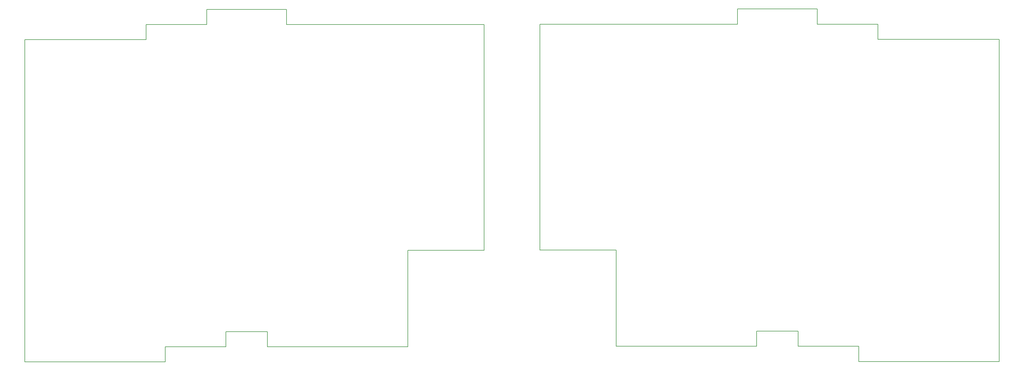
<source format=gm1>
G04 #@! TF.GenerationSoftware,KiCad,Pcbnew,9.0.2*
G04 #@! TF.CreationDate,2025-05-23T18:35:34-06:00*
G04 #@! TF.ProjectId,Colette,436f6c65-7474-4652-9e6b-696361645f70,rev?*
G04 #@! TF.SameCoordinates,Original*
G04 #@! TF.FileFunction,Profile,NP*
%FSLAX46Y46*%
G04 Gerber Fmt 4.6, Leading zero omitted, Abs format (unit mm)*
G04 Created by KiCad (PCBNEW 9.0.2) date 2025-05-23 18:35:34*
%MOMM*%
%LPD*%
G01*
G04 APERTURE LIST*
G04 #@! TA.AperFunction,Profile*
%ADD10C,0.200000*%
G04 #@! TD*
G04 APERTURE END LIST*
D10*
X103200000Y-138237500D02*
X103200000Y-133475000D01*
X103200000Y-133475000D02*
X90150000Y-133475000D01*
X84150000Y-32225000D02*
X109200000Y-32225000D01*
X90150000Y-133475000D02*
X90150000Y-138237500D01*
X27000000Y-41750000D02*
X27000000Y-143000000D01*
X147300000Y-138237500D02*
X103200000Y-138237500D01*
X256915000Y-138125000D02*
X256915000Y-133362500D01*
X295015000Y-36875000D02*
X275965000Y-36875000D01*
X171300000Y-36987500D02*
X171300000Y-107987500D01*
X295015000Y-41637500D02*
X295015000Y-36875000D01*
X269965000Y-138125000D02*
X289015000Y-138125000D01*
X256915000Y-133362500D02*
X269965000Y-133362500D01*
X212815000Y-107875000D02*
X212815000Y-138125000D01*
X171300000Y-107987500D02*
X147300000Y-107987500D01*
X90150000Y-138237500D02*
X71100000Y-138237500D01*
X333115000Y-41637500D02*
X295015000Y-41637500D01*
X65100000Y-41750000D02*
X65100000Y-36987500D01*
X109200000Y-32225000D02*
X109200000Y-36987500D01*
X250915000Y-32112500D02*
X250915000Y-36875000D01*
X289015000Y-142887500D02*
X333115000Y-142887500D01*
X289015000Y-138125000D02*
X289015000Y-142887500D01*
X65100000Y-36987500D02*
X84150000Y-36987500D01*
X71100000Y-143000000D02*
X27000000Y-143000000D01*
X109200000Y-36987500D02*
X171300000Y-36987500D01*
X71100000Y-138237500D02*
X71100000Y-143000000D01*
X27000000Y-41750000D02*
X65100000Y-41750000D01*
X188815000Y-107875000D02*
X212815000Y-107875000D01*
X275965000Y-32112500D02*
X250915000Y-32112500D01*
X147300000Y-107987500D02*
X147300000Y-138237500D01*
X275965000Y-36875000D02*
X275965000Y-32112500D01*
X188815000Y-36875000D02*
X188815000Y-107875000D01*
X212815000Y-138125000D02*
X256915000Y-138125000D01*
X269965000Y-133362500D02*
X269965000Y-138125000D01*
X250915000Y-36875000D02*
X188815000Y-36875000D01*
X333115000Y-41637500D02*
X333115000Y-142887500D01*
X84150000Y-36987500D02*
X84150000Y-32225000D01*
M02*

</source>
